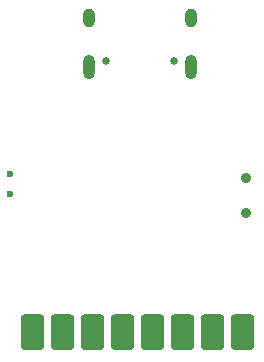
<source format=gbr>
G04 #@! TF.GenerationSoftware,KiCad,Pcbnew,6.0.7+dfsg-1~bpo11+1*
G04 #@! TF.ProjectId,project,70726f6a-6563-4742-9e6b-696361645f70,rev?*
G04 #@! TF.SameCoordinates,Original*
G04 #@! TF.FileFunction,Soldermask,Bot*
G04 #@! TF.FilePolarity,Negative*
%FSLAX46Y46*%
G04 Gerber Fmt 4.6, Leading zero omitted, Abs format (unit mm)*
%MOMM*%
%LPD*%
G01*
G04 APERTURE LIST*
%ADD10C,0.900000*%
%ADD11C,0.650000*%
%ADD12O,1.000000X2.100000*%
%ADD13O,1.000000X1.600000*%
%ADD14C,0.600000*%
G04 APERTURE END LIST*
D10*
X121530000Y-111475000D03*
X121530000Y-114475000D03*
D11*
X109610000Y-101575000D03*
X115390000Y-101575000D03*
D12*
X116820000Y-102105000D03*
D13*
X108180000Y-97925000D03*
X116820000Y-97925000D03*
D12*
X108180000Y-102105000D03*
D14*
X101500000Y-111150000D03*
X101500000Y-112850000D03*
G36*
G01*
X104120000Y-126050000D02*
X102720000Y-126050000D01*
G75*
G02*
X102420000Y-125750000I0J300000D01*
G01*
X102420000Y-123350000D01*
G75*
G02*
X102720000Y-123050000I300000J0D01*
G01*
X104120000Y-123050000D01*
G75*
G02*
X104420000Y-123350000I0J-300000D01*
G01*
X104420000Y-125750000D01*
G75*
G02*
X104120000Y-126050000I-300000J0D01*
G01*
G37*
G36*
G01*
X106660000Y-126050000D02*
X105260000Y-126050000D01*
G75*
G02*
X104960000Y-125750000I0J300000D01*
G01*
X104960000Y-123350000D01*
G75*
G02*
X105260000Y-123050000I300000J0D01*
G01*
X106660000Y-123050000D01*
G75*
G02*
X106960000Y-123350000I0J-300000D01*
G01*
X106960000Y-125750000D01*
G75*
G02*
X106660000Y-126050000I-300000J0D01*
G01*
G37*
G36*
G01*
X109200000Y-126050000D02*
X107800000Y-126050000D01*
G75*
G02*
X107500000Y-125750000I0J300000D01*
G01*
X107500000Y-123350000D01*
G75*
G02*
X107800000Y-123050000I300000J0D01*
G01*
X109200000Y-123050000D01*
G75*
G02*
X109500000Y-123350000I0J-300000D01*
G01*
X109500000Y-125750000D01*
G75*
G02*
X109200000Y-126050000I-300000J0D01*
G01*
G37*
G36*
G01*
X111740000Y-126050000D02*
X110340000Y-126050000D01*
G75*
G02*
X110040000Y-125750000I0J300000D01*
G01*
X110040000Y-123350000D01*
G75*
G02*
X110340000Y-123050000I300000J0D01*
G01*
X111740000Y-123050000D01*
G75*
G02*
X112040000Y-123350000I0J-300000D01*
G01*
X112040000Y-125750000D01*
G75*
G02*
X111740000Y-126050000I-300000J0D01*
G01*
G37*
G36*
G01*
X114280000Y-126050000D02*
X112880000Y-126050000D01*
G75*
G02*
X112580000Y-125750000I0J300000D01*
G01*
X112580000Y-123350000D01*
G75*
G02*
X112880000Y-123050000I300000J0D01*
G01*
X114280000Y-123050000D01*
G75*
G02*
X114580000Y-123350000I0J-300000D01*
G01*
X114580000Y-125750000D01*
G75*
G02*
X114280000Y-126050000I-300000J0D01*
G01*
G37*
G36*
G01*
X116820000Y-126050000D02*
X115420000Y-126050000D01*
G75*
G02*
X115120000Y-125750000I0J300000D01*
G01*
X115120000Y-123350000D01*
G75*
G02*
X115420000Y-123050000I300000J0D01*
G01*
X116820000Y-123050000D01*
G75*
G02*
X117120000Y-123350000I0J-300000D01*
G01*
X117120000Y-125750000D01*
G75*
G02*
X116820000Y-126050000I-300000J0D01*
G01*
G37*
G36*
G01*
X119360000Y-126050000D02*
X117960000Y-126050000D01*
G75*
G02*
X117660000Y-125750000I0J300000D01*
G01*
X117660000Y-123350000D01*
G75*
G02*
X117960000Y-123050000I300000J0D01*
G01*
X119360000Y-123050000D01*
G75*
G02*
X119660000Y-123350000I0J-300000D01*
G01*
X119660000Y-125750000D01*
G75*
G02*
X119360000Y-126050000I-300000J0D01*
G01*
G37*
G36*
G01*
X121900000Y-126050000D02*
X120500000Y-126050000D01*
G75*
G02*
X120200000Y-125750000I0J300000D01*
G01*
X120200000Y-123350000D01*
G75*
G02*
X120500000Y-123050000I300000J0D01*
G01*
X121900000Y-123050000D01*
G75*
G02*
X122200000Y-123350000I0J-300000D01*
G01*
X122200000Y-125750000D01*
G75*
G02*
X121900000Y-126050000I-300000J0D01*
G01*
G37*
M02*

</source>
